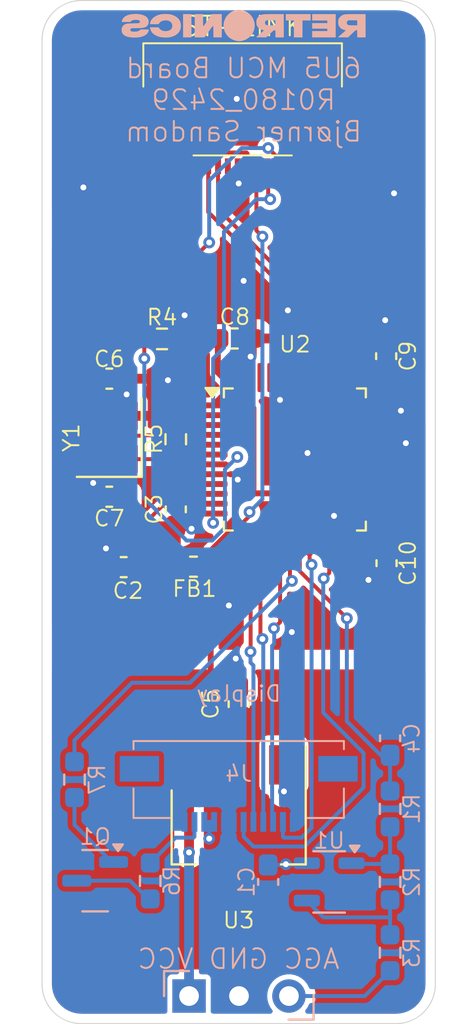
<source format=kicad_pcb>
(kicad_pcb (version 20240108) (generator "pcbnew") (generator_version "8.0")
  (layers (0 "F.Cu" signal) (31 "B.Cu" signal) (34 "B.Paste" user) (35 "F.Paste" user) (36 "B.SilkS" user "B.Silkscreen") (37 "F.SilkS" user "F.Silkscreen") (38 "B.Mask" user) (39 "F.Mask" user) (44 "Edge.Cuts" user))
  (net 0 "")
  (net 1 "GND")
  (net 2 "+3.3V")
  (net 3 "Net-(U2-3V3A)")
  (net 4 "AGC_INV")
  (net 5 "Net-(U2-OSC_8M_A)")
  (net 6 "Net-(U2-OSC_8M_B)")
  (net 7 "Net-(J1-Pin_1)")
  (net 8 "/AGC")
  (net 9 "TX2")
  (net 11 "~{RESET}")
  (net 12 "RX2")
  (net 13 "SWCLK")
  (net 14 "SWDIO")
  (net 15 "DISP_SCL")
  (net 16 "DISP_RST")
  (net 17 "DISP_CS")
  (net 18 "DISP_SDA")
  (net 19 "DISP_DC")
  (net 20 "Net-(Q1-C)")
  (net 21 "Net-(Q1-B)")
  (net 22 "Net-(R1-Pad1)")
  (net 23 "Net-(U1--)")
  (net 46 "DISP_LEDK")
  (net 47 "DISP_BLK")
  (footprint "Capacitor_SMD:C_0603_1608Metric_Pad1.08x0.95mm_HandSolder" (layer "F.Cu") (at 149.8 65.178125)
    (property "Reference" "C8" (at 0 -1.1 0) (layer "F.SilkS") (effects (font (size 0.8 0.8) (thickness 0.1))))
    (property "Value" "100nF")
    (pad "1" smd roundrect (at -0.8625 0) (size 1.075 0.95) (layers "F.Cu" "F.Paste" "F.Mask") (net 2 "+3.3V"))
    (pad "2" smd roundrect (at 0.8625 0) (size 1.075 0.95) (layers "F.Cu" "F.Paste" "F.Mask") (net 1 "GND"))
  )
  (footprint "Capacitor_SMD:C_0603_1608Metric_Pad1.08x0.95mm_HandSolder" (layer "F.Cu") (at 157.5 66.078125 90)
    (property "Reference" "C9" (at 0 1.1 90) (layer "F.SilkS") (effects (font (size 0.8 0.8) (thickness 0.1))))
    (property "Value" "100nF")
    (pad "1" smd roundrect (at -0.8625 0 90) (size 1.075 0.95) (layers "F.Cu" "F.Paste" "F.Mask") (net 2 "+3.3V"))
    (pad "2" smd roundrect (at 0.8625 0 90) (size 1.075 0.95) (layers "F.Cu" "F.Paste" "F.Mask") (net 1 "GND"))
  )
  (footprint "Inductor_SMD:L_0603_1608Metric_Pad1.05x0.95mm_HandSolder" (layer "F.Cu") (at 147.7 76.778125)
    (property "Reference" "FB1" (at 0.05 1.121875 0) (layer "F.SilkS") (effects (font (size 0.8 0.8) (thickness 0.1))))
    (property "Value" "1kΩ@100MHz 500mΩ@DC")
    (pad "1" smd roundrect (at -0.875 0) (size 1.05 0.95) (layers "F.Cu" "F.Paste" "F.Mask") (net 3 "Net-(U2-3V3A)"))
    (pad "2" smd roundrect (at 0.875 0) (size 1.05 0.95) (layers "F.Cu" "F.Paste" "F.Mask") (net 2 "+3.3V"))
  )
  (footprint "Retronics_IC_Power:SOT-223-3_TabPin2" (layer "F.Cu") (at 150 90 -90)
    (property "Reference" "U3" (at 4.75 0 180) (layer "F.SilkS") (effects (font (size 0.8 0.8) (thickness 0.1))))
    (property "Value" "NCP1117-3.3_SOT223")
    (pad "1" smd rect (at -3.15 -2.3 270) (size 2 1.5) (layers "F.Cu" "F.Paste" "F.Mask") (net 1 "GND"))
    (pad "2" smd rect (at -3.15 0 270) (size 2 1.5) (layers "F.Cu" "F.Paste" "F.Mask") (net 2 "+3.3V"))
    (pad "2" smd rect (at 3.15 0 270) (size 2 3.8) (layers "F.Cu" "F.Paste" "F.Mask") (net 2 "+3.3V"))
    (pad "3" smd rect (at -3.15 2.3 270) (size 2 1.5) (layers "F.Cu" "F.Paste" "F.Mask") (net 7 "Net-(J1-Pin_1)"))
  )
  (footprint "Capacitor_SMD:C_0603_1608Metric_Pad1.08x0.95mm_HandSolder" (layer "F.Cu") (at 144.15 76.8)
    (property "Reference" "C2" (at 0.21875 1.2 0) (layer "F.SilkS") (effects (font (size 0.8 0.8) (thickness 0.1))))
    (property "Value" "10µF")
    (pad "1" smd roundrect (at -0.8625 0) (size 1.075 0.95) (layers "F.Cu" "F.Paste" "F.Mask") (net 1 "GND"))
    (pad "2" smd roundrect (at 0.8625 0) (size 1.075 0.95) (layers "F.Cu" "F.Paste" "F.Mask") (net 3 "Net-(U2-3V3A)"))
  )
  (footprint "Capacitor_SMD:C_0603_1608Metric_Pad1.08x0.95mm_HandSolder" (layer "F.Cu") (at 143.41875 73.221875)
    (property "Reference" "C7" (at 0 1.1 0) (layer "F.SilkS") (effects (font (size 0.8 0.8) (thickness 0.1))))
    (property "Value" "20pF")
    (pad "1" smd roundrect (at -0.8625 0) (size 1.075 0.95) (layers "F.Cu" "F.Paste" "F.Mask") (net 1 "GND"))
    (pad "2" smd roundrect (at 0.8625 0) (size 1.075 0.95) (layers "F.Cu" "F.Paste" "F.Mask") (net 6 "Net-(U2-OSC_8M_B)"))
  )
  (footprint "Crystal:Crystal_SMD_3225-4Pin_3.2x2.5mm" (layer "F.Cu") (at 143.41875 70.2125 90)
    (property "Reference" "Y1" (at -0.009375 -1.93125 -90) (layer "F.SilkS") (effects (font (size 0.8 0.8) (thickness 0.1))))
    (property "Value" "XC32M4-8.000 12pF")
    (pad "1" smd rect (at -1.1 0.85 90) (size 1.4 1.2) (layers "F.Cu" "F.Paste" "F.Mask") (net 6 "Net-(U2-OSC_8M_B)"))
    (pad "2" smd rect (at 1.1 0.85 90) (size 1.4 1.2) (layers "F.Cu" "F.Paste" "F.Mask") (net 1 "GND"))
    (pad "3" smd rect (at 1.1 -0.85 90) (size 1.4 1.2) (layers "F.Cu" "F.Paste" "F.Mask") (net 5 "Net-(U2-OSC_8M_A)"))
    (pad "4" smd rect (at -1.1 -0.85 90) (size 1.4 1.2) (layers "F.Cu" "F.Paste" "F.Mask") (net 1 "GND"))
  )
  (footprint "myDevices:0527450897" (layer "F.Cu") (at 150.2 53.5 180)
    (property "Reference" "J3" (hide yes))
    (property "Value" "FFC8" (hide yes))
    (pad "1" smd rect (at -1.75 -2.925 180) (size 0.3 0.8) (layers "F.Cu" "F.Paste" "F.Mask") (net 2 "+3.3V"))
    (pad "2" smd rect (at -1.25 -2.925 180) (size 0.3 0.8) (layers "F.Cu" "F.Paste" "F.Mask") (net 9 "TX2"))
    (pad "3" smd rect (at -0.75 -2.925 180) (size 0.3 0.8) (layers "F.Cu" "F.Paste" "F.Mask") (net 12 "RX2"))
    (pad "4" smd rect (at -0.25 -2.925 180) (size 0.3 0.8) (layers "F.Cu" "F.Paste" "F.Mask") (net 11 "~{RESET}"))
    (pad "5" smd rect (at 0.25 -2.925 180) (size 0.3 0.8) (layers "F.Cu" "F.Paste" "F.Mask") (net 1 "GND"))
    (pad "6" smd rect (at 0.75 -2.925 180) (size 0.3 0.8) (layers "F.Cu" "F.Paste" "F.Mask"))
    (pad "7" smd rect (at 1.25 -2.925 180) (size 0.3 0.8) (layers "F.Cu" "F.Paste" "F.Mask") (net 14 "SWDIO"))
    (pad "8" smd rect (at 1.75 -2.925 180) (size 0.3 0.8) (layers "F.Cu" "F.Paste" "F.Mask") (net 13 "SWCLK"))
    (pad "9" smd rect (at -4.2 -1 180) (size 2.4 3.05) (layers "F.Cu" "F.Paste" "F.Mask"))
    (pad "10" smd rect (at 4.2 -1 180) (size 2.4 3.05) (layers "F.Cu" "F.Paste" "F.Mask"))
  )
  (footprint "Resistor_SMD:R_0603_1608Metric_Pad0.98x0.95mm_HandSolder" (layer "F.Cu") (at 146.8 70.3 90)
    (property "Reference" "R5" (at 0.0125 -1.10625 90) (layer "F.SilkS") (effects (font (size 0.8 0.8) (thickness 0.1))))
    (property "Value" "1MΩ")
    (pad "1" smd roundrect (at -0.9125 0 90) (size 0.975 0.95) (layers "F.Cu" "F.Paste" "F.Mask") (net 6 "Net-(U2-OSC_8M_B)"))
    (pad "2" smd roundrect (at 0.9125 0 90) (size 0.975 0.95) (layers "F.Cu" "F.Paste" "F.Mask") (net 5 "Net-(U2-OSC_8M_A)"))
  )
  (footprint "Package_QFP:LQFP-48_7x7mm_P0.5mm" (layer "F.Cu") (at 152.85625 71.328125)
    (property "Reference" "U2" (at 0 -5.85 0) (layer "F.SilkS") (effects (font (size 0.8 0.8) (thickness 0.1))))
    (property "Value" "STM32F103CBTx")
    (pad "1" smd roundrect (at -4.1625 -2.75) (size 1.475 0.3) (layers "F.Cu" "F.Paste" "F.Mask") (net 2 "+3.3V"))
    (pad "2" smd roundrect (at -4.1625 -2.25) (size 1.475 0.3) (layers "F.Cu" "F.Paste" "F.Mask"))
    (pad "3" smd roundrect (at -4.1625 -1.75) (size 1.475 0.3) (layers "F.Cu" "F.Paste" "F.Mask"))
    (pad "4" smd roundrect (at -4.1625 -1.25) (size 1.475 0.3) (layers "F.Cu" "F.Paste" "F.Mask"))
    (pad "5" smd roundrect (at -4.1625 -0.75) (size 1.475 0.3) (layers "F.Cu" "F.Paste" "F.Mask") (net 5 "Net-(U2-OSC_8M_A)"))
    (pad "6" smd roundrect (at -4.1625 -0.25) (size 1.475 0.3) (layers "F.Cu" "F.Paste" "F.Mask") (net 6 "Net-(U2-OSC_8M_B)"))
    (pad "7" smd roundrect (at -4.1625 0.25) (size 1.475 0.3) (layers "F.Cu" "F.Paste" "F.Mask") (net 11 "~{RESET}"))
    (pad "8" smd roundrect (at -4.1625 0.75) (size 1.475 0.3) (layers "F.Cu" "F.Paste" "F.Mask") (net 1 "GND"))
    (pad "9" smd roundrect (at -4.1625 1.25) (size 1.475 0.3) (layers "F.Cu" "F.Paste" "F.Mask") (net 3 "Net-(U2-3V3A)"))
    (pad "10" smd roundrect (at -4.1625 1.75) (size 1.475 0.3) (layers "F.Cu" "F.Paste" "F.Mask"))
    (pad "11" smd roundrect (at -4.1625 2.25) (size 1.475 0.3) (layers "F.Cu" "F.Paste" "F.Mask"))
    (pad "12" smd roundrect (at -4.1625 2.75) (size 1.475 0.3) (layers "F.Cu" "F.Paste" "F.Mask") (net 9 "TX2"))
    (pad "13" smd roundrect (at -2.75 4.1625) (size 0.3 1.475) (layers "F.Cu" "F.Paste" "F.Mask") (net 12 "RX2"))
    (pad "14" smd roundrect (at -2.25 4.1625) (size 0.3 1.475) (layers "F.Cu" "F.Paste" "F.Mask") (net 17 "DISP_CS"))
    (pad "15" smd roundrect (at -1.75 4.1625) (size 0.3 1.475) (layers "F.Cu" "F.Paste" "F.Mask") (net 15 "DISP_SCL"))
    (pad "16" smd roundrect (at -1.25 4.1625) (size 0.3 1.475) (layers "F.Cu" "F.Paste" "F.Mask"))
    (pad "17" smd roundrect (at -0.75 4.1625) (size 0.3 1.475) (layers "F.Cu" "F.Paste" "F.Mask") (net 18 "DISP_SDA"))
    (pad "18" smd roundrect (at -0.25 4.1625) (size 0.3 1.475) (layers "F.Cu" "F.Paste" "F.Mask") (net 47 "DISP_BLK"))
    (pad "19" smd roundrect (at 0.25 4.1625) (size 0.3 1.475) (layers "F.Cu" "F.Paste" "F.Mask") (net 4 "AGC_INV"))
    (pad "20" smd roundrect (at 0.75 4.1625) (size 0.3 1.475) (layers "F.Cu" "F.Paste" "F.Mask") (net 16 "DISP_RST"))
    (pad "21" smd roundrect (at 1.25 4.1625) (size 0.3 1.475) (layers "F.Cu" "F.Paste" "F.Mask"))
    (pad "22" smd roundrect (at 1.75 4.1625) (size 0.3 1.475) (layers "F.Cu" "F.Paste" "F.Mask") (net 19 "DISP_DC"))
    (pad "23" smd roundrect (at 2.25 4.1625) (size 0.3 1.475) (layers "F.Cu" "F.Paste" "F.Mask") (net 1 "GND"))
    (pad "24" smd roundrect (at 2.75 4.1625) (size 0.3 1.475) (layers "F.Cu" "F.Paste" "F.Mask") (net 2 "+3.3V"))
    (pad "25" smd roundrect (at 4.1625 2.75) (size 1.475 0.3) (layers "F.Cu" "F.Paste" "F.Mask"))
    (pad "26" smd roundrect (at 4.1625 2.25) (size 1.475 0.3) (layers "F.Cu" "F.Paste" "F.Mask"))
    (pad "27" smd roundrect (at 4.1625 1.75) (size 1.475 0.3) (layers "F.Cu" "F.Paste" "F.Mask"))
    (pad "28" smd roundrect (at 4.1625 1.25) (size 1.475 0.3) (layers "F.Cu" "F.Paste" "F.Mask"))
    (pad "29" smd roundrect (at 4.1625 0.75) (size 1.475 0.3) (layers "F.Cu" "F.Paste" "F.Mask"))
    (pad "30" smd roundrect (at 4.1625 0.25) (size 1.475 0.3) (layers "F.Cu" "F.Paste" "F.Mask"))
    (pad "31" smd roundrect (at 4.1625 -0.25) (size 1.475 0.3) (layers "F.Cu" "F.Paste" "F.Mask"))
    (pad "32" smd roundrect (at 4.1625 -0.75) (size 1.475 0.3) (layers "F.Cu" "F.Paste" "F.Mask"))
    (pad "33" smd roundrect (at 4.1625 -1.25) (size 1.475 0.3) (layers "F.Cu" "F.Paste" "F.Mask"))
    (pad "34" smd roundrect (at 4.1625 -1.75) (size 1.475 0.3) (layers "F.Cu" "F.Paste" "F.Mask") (net 14 "SWDIO"))
    (pad "35" smd roundrect (at 4.1625 -2.25) (size 1.475 0.3) (layers "F.Cu" "F.Paste" "F.Mask") (net 1 "GND"))
    (pad "36" smd roundrect (at 4.1625 -2.75) (size 1.475 0.3) (layers "F.Cu" "F.Paste" "F.Mask") (net 2 "+3.3V"))
    (pad "37" smd roundrect (at 2.75 -4.1625) (size 0.3 1.475) (layers "F.Cu" "F.Paste" "F.Mask") (net 13 "SWCLK"))
    (pad "38" smd roundrect (at 2.25 -4.1625) (size 0.3 1.475) (layers "F.Cu" "F.Paste" "F.Mask"))
    (pad "39" smd roundrect (at 1.75 -4.1625) (size 0.3 1.475) (layers "F.Cu" "F.Paste" "F.Mask"))
    (pad "40" smd roundrect (at 1.25 -4.1625) (size 0.3 1.475) (layers "F.Cu" "F.Paste" "F.Mask"))
    (pad "41" smd roundrect (at 0.75 -4.1625) (size 0.3 1.475) (layers "F.Cu" "F.Paste" "F.Mask"))
    (pad "42" smd roundrect (at 0.25 -4.1625) (size 0.3 1.475) (layers "F.Cu" "F.Paste" "F.Mask"))
    (pad "43" smd roundrect (at -0.25 -4.1625) (size 0.3 1.475) (layers "F.Cu" "F.Paste" "F.Mask"))
    (pad "44" smd roundrect (at -0.75 -4.1625) (size 0.3 1.475) (layers "F.Cu" "F.Paste" "F.Mask") (net 1 "GND"))
    (pad "45" smd roundrect (at -1.25 -4.1625) (size 0.3 1.475) (layers "F.Cu" "F.Paste" "F.Mask"))
    (pad "46" smd roundrect (at -1.75 -4.1625) (size 0.3 1.475) (layers "F.Cu" "F.Paste" "F.Mask"))
    (pad "47" smd roundrect (at -2.25 -4.1625) (size 0.3 1.475) (layers "F.Cu" "F.Paste" "F.Mask") (net 1 "GND"))
    (pad "48" smd roundrect (at -2.75 -4.1625) (size 0.3 1.475) (layers "F.Cu" "F.Paste" "F.Mask") (net 2 "+3.3V"))
  )
  (footprint "Resistor_SMD:R_0603_1608Metric_Pad0.98x0.95mm_HandSolder" (layer "F.Cu") (at 146.1 65.2)
    (property "Reference" "R4" (at 0 -1.1 0) (layer "F.SilkS") (effects (font (size 0.8 0.8) (thickness 0.1))))
    (property "Value" "10kΩ")
    (pad "1" smd roundrect (at -0.9125 0) (size 0.975 0.95) (layers "F.Cu" "F.Paste" "F.Mask") (net 11 "~{RESET}"))
    (pad "2" smd roundrect (at 0.9125 0) (size 0.975 0.95) (layers "F.Cu" "F.Paste" "F.Mask") (net 2 "+3.3V"))
  )
  (footprint "Capacitor_SMD:C_0603_1608Metric_Pad1.08x0.95mm_HandSolder" (layer "F.Cu") (at 157.51875 76.6 -90)
    (property "Reference" "C10" (at 0 -1.08125 90) (layer "F.SilkS") (effects (font (size 0.8 0.8) (thickness 0.1))))
    (property "Value" "100nF")
    (pad "1" smd roundrect (at -0.8625 0 270) (size 1.075 0.95) (layers "F.Cu" "F.Paste" "F.Mask") (net 2 "+3.3V"))
    (pad "2" smd roundrect (at 0.8625 0 270) (size 1.075 0.95) (layers "F.Cu" "F.Paste" "F.Mask") (net 1 "GND"))
  )
  (footprint "Capacitor_SMD:C_0603_1608Metric_Pad1.08x0.95mm_HandSolder" (layer "F.Cu") (at 146.8 73.8625 90)
    (property "Reference" "C3" (at 0 -1.1 90) (layer "F.SilkS") (effects (font (size 0.8 0.8) (thickness 0.1))))
    (property "Value" "100nF")
    (pad "1" smd roundrect (at -0.8625 0 90) (size 1.075 0.95) (layers "F.Cu" "F.Paste" "F.Mask") (net 1 "GND"))
    (pad "2" smd roundrect (at 0.8625 0 90) (size 1.075 0.95) (layers "F.Cu" "F.Paste" "F.Mask") (net 3 "Net-(U2-3V3A)"))
  )
  (footprint "Capacitor_SMD:C_0603_1608Metric_Pad1.08x0.95mm_HandSolder" (layer "F.Cu") (at 143.41875 67.221875 180)
    (property "Reference" "C6" (at 0 1 0) (layer "F.SilkS") (effects (font (size 0.8 0.8) (thickness 0.1))))
    (property "Value" "20pF")
    (pad "1" smd roundrect (at -0.8625 0 180) (size 1.075 0.95) (layers "F.Cu" "F.Paste" "F.Mask") (net 1 "GND"))
    (pad "2" smd roundrect (at 0.8625 0 180) (size 1.075 0.95) (layers "F.Cu" "F.Paste" "F.Mask") (net 5 "Net-(U2-OSC_8M_A)"))
  )
  (footprint "Retronics_Passives:C_0603_1608Metric_Pad1.08x0.95mm_HandSolder" (layer "F.Cu") (at 150 83.7625 90)
    (property "Reference" "C5" (at 0 -1.43 90) (layer "F.SilkS") (effects (font (size 0.8 0.8) (thickness 0.1))))
    (property "Value" "10µF")
    (pad "1" smd roundrect (at -0.8625 0 90) (size 1.075 0.95) (layers "F.Cu" "F.Paste" "F.Mask") (net 2 "+3.3V"))
    (pad "2" smd roundrect (at 0.8625 0 90) (size 1.075 0.95) (layers "F.Cu" "F.Paste" "F.Mask") (net 1 "GND"))
  )
  (footprint "Resistor_SMD:R_0603_1608Metric_Pad0.98x0.95mm_HandSolder" (layer "B.Cu") (at 141.65 87.6 -90)
    (property "Reference" "R7" (at 0 -1.15 90) (layer "B.SilkS") (effects (font (size 0.8 0.8) (thickness 0.1)) (justify mirror)))
    (property "Value" "1kΩ")
    (pad "1" smd roundrect (at -0.9125 0 270) (size 0.975 0.95) (layers "B.Cu" "B.Paste" "B.Mask") (net 47 "DISP_BLK"))
    (pad "2" smd roundrect (at 0.9125 0 270) (size 0.975 0.95) (layers "B.Cu" "B.Paste" "B.Mask") (net 21 "Net-(Q1-B)"))
  )
  (footprint "Retronics_Passives:R_0603_1608Metric_Pad0.98x0.95mm_HandSolder" (layer "B.Cu") (at 157.7 96.4 -90)
    (property "Reference" "R3" (at 0 -1.1 90) (layer "B.SilkS") (effects (font (size 0.8 0.8) (thickness 0.1)) (justify mirror)))
    (property "Value" "15MΩ")
    (pad "1" smd roundrect (at -0.9125 0 270) (size 0.975 0.95) (layers "B.Cu" "B.Paste" "B.Mask") (net 23 "Net-(U1--)"))
    (pad "2" smd roundrect (at 0.9125 0 270) (size 0.975 0.95) (layers "B.Cu" "B.Paste" "B.Mask") (net 8 "/AGC"))
  )
  (footprint "Icons_Graphics:retronics_logo_14mm" (layer "B.Cu") (at 150.246672 49.25 180)
    (property "Reference" "G***" (hide yes))
    (property "Value" "LOGO" (hide yes))
  )
  (footprint "Retronics_Passives:R_0603_1608Metric_Pad0.98x0.95mm_HandSolder" (layer "B.Cu") (at 157.7 89.0875 90)
    (property "Reference" "R1" (at 0 1.1 90) (layer "B.SilkS") (effects (font (size 0.8 0.8) (thickness 0.1)) (justify mirror)))
    (property "Value" "10kΩ")
    (pad "1" smd roundrect (at -0.9125 0 90) (size 0.975 0.95) (layers "B.Cu" "B.Paste" "B.Mask") (net 22 "Net-(R1-Pad1)"))
    (pad "2" smd roundrect (at 0.9125 0 90) (size 0.975 0.95) (layers "B.Cu" "B.Paste" "B.Mask") (net 4 "AGC_INV"))
  )
  (footprint "Retronics_Passives:C_0603_1608Metric_Pad1.08x0.95mm_HandSolder" (layer "B.Cu") (at 151.5 92.8 90)
    (property "Reference" "C1" (at 0 -1.1 90) (layer "B.SilkS") (effects (font (size 0.8 0.8) (thickness 0.1)) (justify mirror)))
    (property "Value" "100nF")
    (pad "1" smd roundrect (at -0.8625 0 90) (size 1.075 0.95) (layers "B.Cu" "B.Paste" "B.Mask") (net 1 "GND"))
    (pad "2" smd roundrect (at 0.8625 0 90) (size 1.075 0.95) (layers "B.Cu" "B.Paste" "B.Mask") (net 2 "+3.3V"))
  )
  (footprint "Retronics_Discrete:SOT-23" (layer "B.Cu") (at 142.7 92.7375 180)
    (property "Reference" "Q1" (at 0 2.2375 0) (layer "B.SilkS") (effects (font (size 0.8 0.8) (thickness 0.1)) (justify mirror)))
    (property "Value" "BC847C")
    (pad "1" smd roundrect (at -0.9375 0.95 180) (size 1.475 0.6) (layers "B.Cu" "B.Paste" "B.Mask") (net 21 "Net-(Q1-B)"))
    (pad "2" smd roundrect (at -0.9375 -0.95 180) (size 1.475 0.6) (layers "B.Cu" "B.Paste" "B.Mask") (net 1 "GND"))
    (pad "3" smd roundrect (at 0.9375 0 180) (size 1.475 0.6) (layers "B.Cu" "B.Paste" "B.Mask") (net 20 "Net-(Q1-C)"))
  )
  (footprint "Retronics_Connectors:505110-1292" (layer "B.Cu") (at 150 87.295)
    (property "Reference" "J4" (at 0 0 0) (layer "B.SilkS") (effects (font (size 0.8 0.8) (thickness 0.1)) (justify mirror)))
    (property "Value" "Display interface" (hide yes))
    (pad "1" smd rect (at -2.75 2.455) (size 0.3 1) (layers "B.Cu" "B.Paste" "B.Mask") (net 1 "GND"))
    (pad "2" smd rect (at -2.25 2.455) (size 0.3 1) (layers "B.Cu" "B.Paste" "B.Mask") (net 46 "DISP_LEDK"))
    (pad "3" smd rect (at -1.75 2.455) (size 0.3 1) (layers "B.Cu" "B.Paste" "B.Mask") (net 2 "+3.3V"))
    (pad "4" smd rect (at -1.25 2.455) (size 0.3 1) (layers "B.Cu" "B.Paste" "B.Mask") (net 2 "+3.3V"))
    (pad "5" smd rect (at -0.75 2.455) (size 0.3 1) (layers "B.Cu" "B.Paste" "B.Mask") (net 1 "GND"))
    (pad "6" smd rect (at -0.25 2.455) (size 0.3 1) (layers "B.Cu" "B.Paste" "B.Mask") (net 1 "GND"))
    (pad "7" smd rect (at 0.25 2.455) (size 0.3 1) (layers "B.Cu" "B.Paste" "B.Mask") (net 19 "DISP_DC"))
    (pad "8" smd rect (at 0.75 2.455) (size 0.3 1) (layers "B.Cu" "B.Paste" "B.Mask") (net 17 "DISP_CS"))
    (pad "9" smd rect (at 1.25 2.455) (size 0.3 1) (layers "B.Cu" "B.Paste" "B.Mask") (net 15 "DISP_SCL"))
    (pad "10" smd rect (at 1.75 2.455) (size 0.3 1) (layers "B.Cu" "B.Paste" "B.Mask") (net 18 "DISP_SDA"))
    (pad "11" smd rect (at 2.25 2.455) (size 0.3 1) (layers "B.Cu" "B.Paste" "B.Mask") (net 16 "DISP_RST"))
    (pad "12" smd rect (at 2.75 2.455) (size 0.3 1) (layers "B.Cu" "B.Paste" "B.Mask") (net 1 "GND"))
    (pad "MP1" smd rect (at -5.05 -0.245 270) (size 1.3 2) (layers "B.Cu" "B.Paste" "B.Mask"))
    (pad "MP2" smd rect (at 5.05 -0.245 270) (size 1.3 2) (layers "B.Cu" "B.Paste" "B.Mask"))
  )
  (footprint "Retronics_IC:SOT-23-5" (layer "B.Cu") (at 154.6 92.8 180)
    (property "Reference" "U1" (at 0 2.1 0) (layer "B.SilkS") (effects (font (size 0.8 0.8) (thickness 0.1)) (justify mirror)))
    (property "Value" "MCP6001T-I/OT")
    (pad "1" smd roundrect (at -1.1375 0.95 180) (size 1.325 0.6) (layers "B.Cu" "B.Paste" "B.Mask") (net 22 "Net-(R1-Pad1)"))
    (pad "2" smd roundrect (at -1.1375 0 180) (size 1.325 0.6) (layers "B.Cu" "B.Paste" "B.Mask") (net 1 "GND"))
    (pad "3" smd roundrect (at -1.1375 -0.95 180) (size 1.325 0.6) (layers "B.Cu" "B.Paste" "B.Mask") (net 1 "GND"))
    (pad "4" smd roundrect (at 1.1375 -0.95 180) (size 1.325 0.6) (layers "B.Cu" "B.Paste" "B.Mask") (net 23 "Net-(U1--)"))
    (pad "5" smd roundrect (at 1.1375 0.95 180) (size 1.325 0.6) (layers "B.Cu" "B.Paste" "B.Mask") (net 2 "+3.3V"))
  )
  (footprint "Retronics_Passives:R_0603_1608Metric_Pad0.98x0.95mm_HandSolder" (layer "B.Cu") (at 157.7 92.8 90)
    (property "Reference" "R2" (at 0 1.1 90) (layer "B.SilkS") (effects (font (size 0.8 0.8) (thickness 0.1)) (justify mirror)))
    (property "Value" "2.2MΩ")
    (pad "1" smd roundrect (at -0.9125 0 90) (size 0.975 0.95) (layers "B.Cu" "B.Paste" "B.Mask") (net 23 "Net-(U1--)"))
    (pad "2" smd roundrect (at 0.9125 0 90) (size 0.975 0.95) (layers "B.Cu" "B.Paste" "B.Mask") (net 22 "Net-(R1-Pad1)"))
  )
  (footprint "Retronics_Connectors:PinHeader_1x03_P2.54mm_Horizontal_Alt" (layer "B.Cu") (at 147.475 98.6 -90)
    (property "Reference" "J1" (hide yes))
    (property "Value" "Pin header" (hide yes))
    (pad "1" thru_hole rect (at 0 0 270) (size 1.7 1.7) (drill 1) (layers "*.Cu" "*.Mask") (net 7 "Net-(J1-Pin_1)"))
    (pad "2" thru_hole oval (at 0 -2.54 270) (size 1.7 1.7) (drill 1) (layers "*.Cu" "*.Mask") (net 1 "GND"))
    (pad "3" thru_hole oval (at 0 -5.08 270) (size 1.7 1.7) (drill 1) (layers "*.Cu" "*.Mask") (net 8 "/AGC"))
  )
  (footprint "Resistor_SMD:R_0603_1608Metric_Pad0.98x0.95mm_HandSolder" (layer "B.Cu") (at 145.5 92.75 90)
    (property "Reference" "R6" (at 0 1.1 90) (layer "B.SilkS") (effects (font (size 0.8 0.8) (thickness 0.1)) (justify mirror)))
    (property "Value" "10Ω")
    (pad "1" smd roundrect (at -0.9125 0 90) (size 0.975 0.95) (layers "B.Cu" "B.Paste" "B.Mask") (net 20 "Net-(Q1-C)"))
    (pad "2" smd roundrect (at 0.9125 0 90) (size 0.975 0.95) (layers "B.Cu" "B.Paste" "B.Mask") (net 46 "DISP_LEDK"))
  )
  (footprint "Retronics_Passives:C_0603_1608Metric_Pad1.08x0.95mm_HandSolder" (layer "B.Cu") (at 157.7 85.5 90)
    (property "Reference" "C4" (at 0 1.1 90) (layer "B.SilkS") (effects (font (size 0.8 0.8) (thickness 0.1)) (justify mirror)))
    (property "Value" "10µF")
    (pad "1" smd roundrect (at -0.8625 0 90) (size 1.075 0.95) (layers "B.Cu" "B.Paste" "B.Mask") (net 4 "AGC_INV"))
    (pad "2" smd roundrect (at 0.8625 0 90) (size 1.075 0.95) (layers "B.Cu" "B.Paste" "B.Mask") (net 1 "GND"))
  )
  (gr_arc (start 158 48) (mid 159.414214 48.585786) (end 160 50) (stroke (width 0.05)) (layer "Edge.Cuts"))
  (gr_arc (start 160 98) (mid 159.414214 99.414214) (end 158 100) (stroke (width 0.05)) (layer "Edge.Cuts"))
  (gr_line (start 160 50) (end 160 98) (stroke (width 0.05)) (layer "Edge.Cuts"))
  (gr_arc (start 140 50) (mid 140.585786 48.585786) (end 142 48) (stroke (width 0.05)) (layer "Edge.Cuts"))
  (gr_arc (start 142 100) (mid 140.585786 99.414214) (end 140 98) (stroke (width 0.05)) (layer "Edge.Cuts"))
  (gr_line (start 142 48) (end 158 48) (stroke (width 0.05)) (layer "Edge.Cuts"))
  (gr_line (start 140 98) (end 140 50) (stroke (width 0.05)) (layer "Edge.Cuts"))
  (gr_line (start 158 100) (end 142 100) (stroke (width 0.05)) (layer "Edge.Cuts"))
  (gr_text "6U5 MCU Board\nR0180_2429\nBjørner Sandom\n" (at 150.25 55.25 0) (layer "B.SilkS") (effects (font (size 1 1) (thickness 0.1)) (justify bottom mirror)))
  (gr_text "AGC GND VCC" (at 155.2 97.3 0) (layer "B.SilkS") (effects (font (size 1 1) (thickness 0.1)) (justify left bottom mirror)))
  (gr_text "Display" (at 150 83.7 0) (layer "B.SilkS") (effects (font (size 0.8 0.8) (thickness 0.1)) (justify bottom mirror)))
  (gr_text "ST-LINK" (at 147.007143 49.9 0) (layer "F.SilkS") (effects (font (size 1 1) (thickness 0.1)) (justify left bottom)))
  (segment (start 150 81.6) (end 150 82.9) (width 0.2) (layer "F.Cu") (net 1))
  (segment (start 146.8 74.725) (end 147.475 74.725) (width 0.2) (layer "F.Cu") (net 1))
  (segment (start 150.4875 65.98125) (end 150.4875 65.234375) (width 0.2) (layer "F.Cu") (net 1))
  (segment (start 142.6 72.521875) (end 142.55625 72.478125) (width 0.2) (layer "F.Cu") (net 1))
  (segment (start 157.5 65.215625) (end 157.5 64.3) (width 0.2) (layer "F.Cu") (net 1))
  (segment (start 157.51875 77.4625) (end 156.6125 77.4625) (width 0.2) (layer "F.Cu") (net 1))
  (segment (start 155.10625 75.490625) (end 155.10625 76.39375) (width 0.2) (layer "F.Cu") (net 1))
  (segment (start 143.2875 76.8) (end 143.2875 75.8875) (width 0.2) (layer "F.Cu") (net 1))
  (segment (start 155.10625 74.453456) (end 155.10625 75.490625) (width 0.2) (layer "F.Cu") (net 1))
  (segment (start 144.26875 69.1125) (end 144.26875 68.053125) (width 0.2) (layer "F.Cu") (net 1))
  (segment (start 152.10625 67.165625) (end 152.10625 68.29375) (width 0.2) (layer "F.Cu") (net 1))
  (segment (start 142.55625 71.325) (end 142.56875 71.3125) (width 0.2) (layer "F.Cu") (net 1))
  (segment (start 144.26875 67.990625) (end 144.26875 67.234375) (width 0.2) (layer "F.Cu") (net 1))
  (segment (start 158.021875 69.078125) (end 158.25 68.85) (width 0.2) (layer "F.Cu") (net 1))
  (segment (start 147.475 74.725) (end 147.6 74.85) (width 0.2) (layer "F.Cu") (net 1))
  (segment (start 142.61875 71.734375) (end 142.61875 71.634375) (width 0.2) (layer "F.Cu") (net 1))
  (segment (start 149.678125 72.078125) (end 149.95 72.35) (width 0.2) (layer "F.Cu") (net 1))
  (segment (start 144.26875 67.234375) (end 144.28125 67.221875) (width 0.2) (layer "F.Cu") (net 1))
  (segment (start 150.60625 67.165625) (end 150.60625 65.234375) (width 0.2) (layer "F.Cu") (net 1))
  (segment (start 149.85 81.45) (end 150 81.6) (width 0.2) (layer "F.Cu") (net 1))
  (segment (start 142.55625 72.478125) (end 142.55625 71.325) (width 0.2) (layer "F.Cu") (net 1))
  (segment (start 149.95 56.425) (end 149.95 57.25) (width 0.2) (layer "F.Cu") (net 1))
  (segment (start 152.10625 68.29375) (end 152.1 68.3) (width 0.2) (layer "F.Cu") (net 1))
  (segment (start 152.3 86.85) (end 152.3 88.2) (width 0.5) (layer "F.Cu") (net 1))
  (segment (start 150.60625 66.1) (end 150.4875 65.98125) (width 0.2) (layer "F.Cu") (net 1))
  (segment (start 143.2875 75.8875) (end 143.25 75.85) (width 0.2) (layer "F.Cu") (net 1))
  (segment (start 154.848042 74.195248) (end 155.10625 74.453456) (width 0.2) (layer "F.Cu") (net 1))
  (segment (start 156.6125 77.4625) (end 156.6 77.45) (width 0.2) (layer "F.Cu") (net 1))
  (segment (start 157.5 64.3) (end 157.45 64.25) (width 0.2) (layer "F.Cu") (net 1))
  (segment (start 142.55625 72.565625) (end 142.6 72.521875) (width 0.2) (layer "F.Cu") (net 1))
  (segment (start 144.26875 68.053125) (end 144.3 68.021875) (width 0.2) (layer "F.Cu") (net 1))
  (segment (start 142.55625 73.221875) (end 142.55625 72.565625) (width 0.2) (layer "F.Cu") (net 1))
  (segment (start 149.95 57.25) (end 150 57.3) (width 0.2) (layer "F.Cu") (net 1))
  (segment (start 144.3 68.021875) (end 144.26875 67.990625) (width 0.2) (layer "F.Cu") (net 1))
  (segment (start 157.01875 69.078125) (end 158.021875 69.078125) (width 0.2) (layer "F.Cu") (net 1))
  (segment (start 148.69375 72.078125) (end 149.678125 72.078125) (width 0.2) (layer "F.Cu") (net 1))
  (via (at 147.6 74.85) (size 0.6) (drill 0.3) (layers "F.Cu" "B.Cu") (net 1))
  (via (at 152.5 63.75) (size 0.6) (drill 0.3) (layers "F.Cu" "B.Cu") (net 1))
  (via (at 156.6 77.45) (size 0.6) (drill 0.3) (layers "F.Cu" "B.Cu") (net 1))
  (via (at 149.9 53) (size 0.6) (drill 0.3) (layers "F.Cu" "B.Cu") (net 1))
  (via (at 150.25 62.25) (size 0.6) (drill 0.3) (layers "F.Cu" "B.Cu") (net 1))
  (via (at 143.25 75.85) (size 0.6) (drill 0.3) (layers "F.Cu" "B.Cu") (net 1))
  (via (at 152.3 88.2) (size 0.6) (drill 0.3) (layers "F.Cu" "B.Cu") (net 1))
  (via (at 149.95 72.35) (size 0.6) (drill 0.3) (layers "F.Cu" "B.Cu") (net 1))
  (via (at 157.9 57.8) (size 0.6) (drill 0.3) (layers "F.Cu" "B.Cu") (net 1))
  (via (at 147.25 64) (size 0.6) (drill 0.3) (layers "F.Cu" "B.Cu") (net 1))
  (via (at 144.3 68.021875) (size 0.6) (drill 0.3) (layers "F.Cu" "B.Cu") (net 1))
  (via (at 149.85 81.45) (size 0.6) (drill 0.3) (layers "F.Cu" "B.Cu") (net 1))
  (via (at 154.848042 74.195248) (size 0.6) (drill 0.3) (layers "F.Cu" "B.Cu") (net 1))
  (via (at 142.6 72.521875) (size 0.6) (drill 0.3) (layers "F.Cu" "B.Cu") (net 1))
  (via (at 150 57.3) (size 0.6) (drill 0.3) (layers "F.Cu" "B.Cu") (net 1))
  (via (at 152.1 68.3) (size 0.6) (drill 0.3) (layers "F.Cu" "B.Cu") (net 1))
  (via (at 153.5 71) (size 0.6) (drill 0.3) (layers "F.Cu" "B.Cu") (net 1))
  (via (at 158.25 68.85) (size 0.6) (drill 0.3) (layers "F.Cu" "B.Cu") (net 1))
  (via (at 150.60625 66.1) (size 0.6) (drill 0.3) (layers "F.Cu" "B.Cu") (net 1))
  (via (at 157.45 64.25) (size 0.6) (drill 0.3) (layers "F.Cu" "B.Cu") (net 1))
  (via (at 142.1 57.5) (size 0.6) (drill 0.3) (layers "F.Cu" "B.Cu") (net 1))
  (via (at 152.7 80.1) (size 0.6) (drill 0.3) (layers "F.Cu" "B.Cu") (net 1))
  (via (at 146.4 67.3) (size 0.6) (drill 0.3) (layers "F.Cu" "B.Cu") (net 1))
  (via (at 158.5 70.5) (size 0.6) (drill 0.3) (layers "F.Cu" "B.Cu") (net 1))
  (via (at 149.5 78.75) (size 0.6) (drill 0.3) (layers "F.Cu" "B.Cu") (net 1))
  (segment (start 149.75 89.75) (end 149.25 89.75) (width 0.2) (layer "B.Cu") (net 1))
  (segment (start 148.9375 66.908205) (end 148.9375 65.178125) (width 0.3) (layer "F.Cu") (net 2))
  (segment (start 149.83125 73.51875) (end 150.3 73.05) (width 0.3) (layer "F.Cu") (net 2))
  (segment (start 148 65.178125) (end 147.034375 65.178125) (width 0.2) (layer "F.Cu") (net 2))
  (segment (start 155.6 74.1) (end 155.45 73.95) (width 0.3) (layer "F.Cu") (net 2))
  (segment (start 155.60625 75.490625) (end 156.296875 74.8) (width 0.2) (layer "F.Cu") (net 2))
  (segment (start 148.575 75.975) (end 149.53437 75.01563) (width 0.3) (layer "F.Cu") (net 2))
  (segment (start 156.128125 68.578125) (end 155.995312 68.445312) (width 0.2) (layer "F.Cu") (net 2))
  (segment (start 149.53437 75.01563) (end 149.53437 74.578125) (width 0.3) (layer "F.Cu") (net 2))
  (segment (start 148 60.8) (end 148.5 60.3) (width 0.2) (layer "F.Cu") (net 2))
  (segment (start 155.3 73.05) (end 155.45 72.9) (width 0.3) (layer "F.Cu") (net 2))
  (segment (start 149.53437 74.578125) (end 149.83125 74.281245) (width 0.3) (layer "F.Cu") (net 2))
  (segment (start 150 84.625) (end 148.575 83.2) (width 0.3) (layer "F.Cu") (net 2))
  (segment (start 148.69375 68.578125) (end 149.589648 67.682227) (width 0.3) (layer "F.Cu") (net 2))
  (segment (start 148.9375 65.178125) (end 148 65.178125) (width 0.2) (layer "F.Cu") (net 2))
  (segment (start 148 65.178125) (end 148 60.8) (width 0.2) (layer "F.Cu") (net 2))
  (segment (start 157.2375 75.7375) (end 156.3 74.8) (width 0.3) (layer "F.Cu") (net 2))
  (segment (start 155.45 73.95) (end 155.45 72.9) (width 0.3) (layer "F.Cu") (net 2))
  (segment (start 151.95 55.95) (end 151.95 56.425) (width 0.2) (layer "F.Cu") (net 2))
  (segment (start 148.575 76.778125) (end 148.575 75.975) (width 0.3) (layer "F.Cu") (net 2))
  (segment (start 149.589648 67.560352) (end 148.9375 66.908205) (width 0.3) (layer "F.Cu") (net 2))
  (segment (start 150.75 72.85) (end 150.75 68.720704) (width 0.3) (layer "F.Cu") (net 2))
  (segment (start 157.51875 75.7375) (end 157.2375 75.7375) (width 0.3) (layer "F.Cu") (net 2))
  (segment (start 150.3 73.05) (end 150.55 73.05) (width 0.3) (layer "F.Cu") (net 2))
  (segment (start 147.034375 65.178125) (end 147.0125 65.2) (width 0.2) (layer "F.Cu") (net 2))
  (segment (start 156.296875 74.8) (end 156.3 74.8) (width 0.2) (layer "F.Cu") (net 2))
  (segment (start 148.575 83.2) (end 148.575 76.778125) (width 0.3) (layer "F.Cu") (net 2))
  (segment (start 149.589648 67.682227) (end 149.589648 67.560352) (width 0.3) (layer "F.Cu") (net 2))
  (segment (start 156.3 74.8) (end 155.6 74.1) (width 0.3) (layer "F.Cu") (net 2))
  (segment (start 149.83125 74.281245) (end 149.83125 73.51875) (width 0.3) (layer "F.Cu") (net 2))
  (segment (start 155.45 72.9) (end 155.45 68.990625) (width 0.3) (layer "F.Cu") (net 2))
  (segment (start 151.5 55.5) (end 151.95 55.95) (width 0.2) (layer "F.Cu") (net 2))
  (segment (start 150.55 73.05) (end 155.3 73.05) (width 0.3) (layer "F.Cu") (net 2))
  (segment (start 150.75 68.720704) (end 149.589648 67.560352) (width 0.3) (layer "F.Cu") (net 2))
  (segment (start 155.995312 68.445312) (end 157.5 66.940625) (width 0.3) (layer "F.Cu") (net 2))
  (segment (start 155.45 68.990625) (end 155.995312 68.445312) (width 0.3) (layer "F.Cu") (net 2))
  (segment (start 157.01875 68.578125) (end 156.128125 68.578125) (width 0.2) (layer "F.Cu") (net 2))
  (via (at 152.4 91.9) (size 0.6) (drill 0.3) (layers "F.Cu" "B.Cu") (net 2))
  (via (at 151.5 55.5) (size 0.6) (drill 0.3) (layers "F.Cu" "B.Cu") (net 2))
  (via (at 148.5 90.6) (size 0.6) (drill 0.3) (layers "F.Cu" "B.Cu") (net 2))
  (via (at 148.5 60.3) (size 0.6) (drill 0.3) (layers "F.Cu" "B.Cu") (net 2))
  (segment (start 152.3625 91.9375) (end 152.4 91.9) (width 0.2) (layer "B.Cu") (net 2))
  (segment (start 152.4375 91.9375) (end 153.375 91.9375) (width 0.2) (layer "B.Cu") (net 2))
  (segment (start 152.4 91.9) (end 152.4375 91.9375) (width 0.2) (layer "B.Cu") (net 2))
  (segment (start 151.5 91.9375) (end 152.3625 91.9375) (width 0.2) (layer "B.Cu") (net 2))
  (segment (start 148.5 57.151471) (end 148.5 60.3) (width 0.2) (layer "B.Cu") (net 2))
  (segment (start 150.151471 55.5) (end 148.5 57.151471) (width 0.2) (layer "B.Cu") (net 2))
  (segment (start 148.5 89.75) (end 148.25 89.75) (width 0.2) (layer "B.Cu") (net 2))
  (segment (start 151.5 55.5) (end 150.151471 55.5) (width 0.2) (layer "B.Cu") (net 2))
  (segment (start 148.75 89.75) (end 148.5 89.75) (width 0.2) (layer "B.Cu") (net 2))
  (segment (start 153.375 91.9375) (end 153.4625 91.85) (width 0.2) (layer "B.Cu") (net 2))
  (segment (start 148.5 89.75) (end 148.5 90.6) (width 0.2) (layer "B.Cu") (net 2))
  (segment (start 145.0125 74.7875) (end 146.8 73) (width 0.2) (layer "F.Cu") (net 3))
  (segment (start 146.825 76.778125) (end 145.034375 76.778125) (width 0.2) (layer "F.Cu") (net 3))
  (segment (start 145.034375 76.778125) (end 145.0125 76.8) (width 0.2) (layer "F.Cu") (net 3))
  (segment (start 148.69375 72.578125) (end 147.221875 72.578125) (width 0.2) (layer "F.Cu") (net 3))
  (segment (start 145.0125 76.8) (end 145.0125 74.7875) (width 0.2) (layer "F.Cu") (net 3))
  (segment (start 147.221875 72.578125) (end 146.8 73) (width 0.2) (layer "F.Cu") (net 3))
  (segment (start 153.10625 77.00625) (end 155.5 79.4) (width 0.2) (layer "F.Cu") (net 4))
  (segment (start 153.10625 75.490625) (end 153.10625 77.00625) (width 0.2) (layer "F.Cu") (net 4))
  (via (at 155.5 79.4) (size 0.6) (drill 0.3) (layers "F.Cu" "B.Cu") (net 4))
  (segment (start 157.225 86.3625) (end 157.7 86.3625) (width 0.2) (layer "B.Cu") (net 4))
  (segment (start 157.7 88.175) (end 157.7 86.3625) (width 0.2) (layer "B.Cu") (net 4))
  (segment (start 155.5 84.6375) (end 157.225 86.3625) (width 0.2) (layer "B.Cu") (net 4))
  (segment (start 155.5 79.4) (end 155.5 84.6375) (width 0.2) (layer "B.Cu") (net 4))
  (segment (start 142.56875 69.1125) (end 142.56875 67.234375) (width 0.2) (layer "F.Cu") (net 5))
  (segment (start 148.69375 70.578125) (end 147.419847 70.578125) (width 0.2) (layer "F.Cu") (net 5))
  (segment (start 143.378125 70.121875) (end 142.56875 69.3125) (width 0.2) (layer "F.Cu") (net 5))
  (segment (start 147.419847 70.578125) (end 146.941722 70.1) (width 0.2) (layer "F.Cu") (net 5))
  (segment (start 145.221875 70.1) (end 145.2 70.121875) (width 0.2) (layer "F.Cu") (net 5))
  (segment (start 146.8 69.3875) (end 146.8 70.1) (width 0.2) (layer "F.Cu") (net 5))
  (segment (start 146.8 70.1) (end 145.221875 70.1) (width 0.2) (layer "F.Cu") (net 5))
  (segment (start 146.941722 70.1) (end 146.8 70.1) (width 0.2) (layer "F.Cu") (net 5))
  (segment (start 142.56875 69.3125) (end 142.56875 69.1125) (width 0.2) (layer "F.Cu") (net 5))
  (segment (start 145.2 70.121875) (end 143.378125 70.121875) (width 0.2) (layer "F.Cu") (net 5))
  (segment (start 142.56875 67.234375) (end 142.55625 67.221875) (width 0.2) (layer "F.Cu") (net 5))
  (segment (start 144.28125 71.325) (end 144.26875 71.3125) (width 0.2) (layer "F.Cu") (net 6))
  (segment (start 146.934375 71.078125) (end 146.8 71.2125) (width 0.2) (layer "F.Cu") (net 6))
  (segment (start 146.309375 71.3125) (end 144.26875 71.3125) (width 0.2) (layer "F.Cu") (net 6))
  (segment (start 148.69375 71.078125) (end 146.934375 71.078125) (width 0.2) (layer "F.Cu") (net 6))
  (segment (start 144.28125 73.221875) (end 144.28125 71.325) (width 0.2) (layer "F.Cu") (net 6))
  (segment (start 147.475 87.075) (end 147.7 86.85) (width 0.5) (layer "F.Cu") (net 7))
  (segment (start 147.475 91.3) (end 147.475 87.075) (width 0.5) (layer "F.Cu") (net 7))
  (via (at 147.475 91.3) (size 0.6) (drill 0.3) (layers "F.Cu" "B.Cu") (net 7))
  (segment (start 147.475 91.3) (end 147.475 98.6) (width 0.5) (layer "B.Cu") (net 7))
  (segment (start 152.555 98.6) (end 156.4125 98.6) (width 0.2) (layer "B.Cu") (net 8))
  (segment (start 156.4125 98.6) (end 157.7 97.3125) (width 0.2) (layer "B.Cu") (net 8))
  (segment (start 148.69375 74.078125) (end 148.69375 74.54375) (width 0.2) (layer "F.Cu") (net 9))
  (segment (start 148.69375 74.54375) (end 148.7 74.55) (width 0.2) (layer "F.Cu") (net 9))
  (segment (start 151.6 58.1) (end 151.5 58) (width 0.2) (layer "F.Cu") (net 9))
  (segment (start 151.5 56.475) (end 151.45 56.425) (width 0.2) (layer "F.Cu") (net 9))
  (segment (start 151.5 58) (end 151.5 56.475) (width 0.2) (layer "F.Cu") (net 9))
  (via (at 148.7 74.55) (size 0.6) (drill 0.3) (layers "F.Cu" "B.Cu") (net 9))
  (via (at 151.6 58.1) (size 0.6) (drill 0.3) (layers "F.Cu" "B.Cu") (net 9))
  (segment (start 148.7 66.2) (end 148.7 74.55) (width 0.2) (layer "B.Cu") (net 9))
  (segment (start 149.25 59.75) (end 149.25 65.65) (width 0.2) (layer "B.Cu") (net 9))
  (segment (start 149.25 65.65) (end 148.7 66.2) (width 0.2) (layer "B.Cu") (net 9))
  (segment (start 150.9 58.1) (end 149.25 59.75) (width 0.2) (layer "B.Cu") (net 9))
  (segment (start 151.6 58.1) (end 150.9 58.1) (width 0.2) (layer "B.Cu") (net 9))
  (segment (start 145.2 66.2) (end 145.2 65.2125) (width 0.2) (layer "F.Cu") (net 11))
  (segment (start 148 55.725) (end 150.4 55.725) (width 0.2) (layer "F.Cu") (net 11))
  (segment (start 149.929486 71.202484) (end 149.553845 71.578125) (width 0.2) (layer "F.Cu") (net 11))
  (segment (start 147.5 62.8875) (end 147.5 56.225) (width 0.2) (layer "F.Cu") (net 11))
  (segment (start 147.5 56.225) (end 148 55.725) (width 0.2) (layer "F.Cu") (net 11))
  (segment (start 145.2 65.2125) (end 145.1875 65.2) (width 0.2) (layer "F.Cu") (net 11))
  (segment (start 149.553845 71.578125) (end 148.69375 71.578125) (width 0.2) (layer "F.Cu") (net 11))
  (segment (start 145.1875 65.2) (end 147.5 62.8875) (width 0.2) (layer "F.Cu") (net 11))
  (segment (start 150.45 55.775) (end 150.45 56.425) (width 0.2) (layer "F.Cu") (net 11))
  (segment (start 150.4 55.725) (end 150.45 55.775) (width 0.2) (layer "F.Cu") (net 11))
  (via (at 145.2 66.2) (size 0.6) (drill 0.3) (layers "F.Cu" "B.Cu") (net 11))
  (via (at 149.929486 71.202484) (size 0.6) (drill 0.3) (layers "F.Cu" "B.Cu") (net 11))
  (segment (start 149.3 74.798529) (end 149.3 71.83197) (width 0.2) (layer "B.Cu") (net 11))
  (segment (start 145.2 73.298529) (end 147.351471 75.45) (width 0.2) (layer "B.Cu") (net 11))
  (segment (start 147.351471 75.45) (end 148.648529 75.45) (width 0.2) (layer "B.Cu") (net 11))
  (segment (start 149.3 71.83197) (end 149.929486 71.202484) (width 0.2) (layer "B.Cu") (net 11))
  (segment (start 148.648529 75.45) (end 149.3 74.798529) (width 0.2) (layer "B.Cu") (net 11))
  (segment (start 145.2 66.2) (end 145.2 73.298529) (width 0.2) (layer "B.Cu") (net 11))
  (segment (start 150.9 59.69375) (end 150.9 56.475) (width 0.2) (layer "F.Cu") (net 12))
  (segment (start 150.9 56.475) (end 150.95 56.425) (width 0.2) (layer "F.Cu") (net 12))
  (segment (start 151.20625 60) (end 150.9 59.69375) (width 0.2) (layer "F.Cu") (net 12))
  (segment (start 150.10625 75.490625) (end 150.10625 74.642641) (width 0.2) (layer "F.Cu") (net 12))
  (segment (start 150.55 74.198891) (end 150.55 74) (width 0.2) (layer "F.Cu") (net 12))
  (segment (start 150.10625 74.642641) (end 150.55 74.198891) (width 0.2) (layer "F.Cu") (net 12))
  (via (at 151.20625 60) (size 0.6) (drill 0.3) (layers "F.Cu" "B.Cu") (net 12))
  (via (at 150.55 74) (size 0.6) (drill 0.3) (layers "F.Cu" "B.Cu") (net 12))
  (segment (start 151.20625 60) (end 151.20625 73.34375) (width 0.2) (layer "B.Cu") (net 12))
  (segment (start 151.20625 73.34375) (end 150.55 74) (width 0.2) (layer "B.Cu") (net 12))
  (segment (start 155.60625 67.165625) (end 155.60625 65.90625) (width 0.2) (layer "F.Cu") (net 13))
  (segment (start 148.45 56.425) (end 148.45 58.75) (width 0.2) (layer "F.Cu") (net 13))
  (segment (start 155.60625 65.90625) (end 148.45 58.75) (width 0.2) (layer "F.Cu") (net 13))
  (segment (start 158.95 69.2) (end 158.571875 69.578125) (width 0.2) (layer "F.Cu") (net 14))
  (segment (start 158.571875 69.578125) (end 157.01875 69.578125) (width 0.2) (layer "F.Cu") (net 14))
  (segment (start 158.95 67.086403) (end 158.95 69.2) (width 0.2) (layer "F.Cu") (net 14))
  (segment (start 156.453125 66.103125) (end 157.966722 66.103125) (width 0.2) (layer "F.Cu") (net 14))
  (segment (start 148.95 56.425) (end 148.95 58.6) (width 0.2) (layer "F.Cu") (net 14))
  (segment (start 148.95 58.6) (end 156.453125 66.103125) (width 0.2) (layer "F.Cu") (net 14))
  (segment (start 157.966722 66.103125) (end 158.95 67.086403) (width 0.2) (layer "F.Cu") (net 14))
  (segment (start 151.20625 80.453009) (end 151.10625 80.353009) (width 0.2) (layer "F.Cu") (net 15))
  (segment (start 151.10625 80.353009) (end 151.10625 75.490625) (width 0.2) (layer "F.Cu") (net 15))
  (via (at 151.20625 80.453009) (size 0.6) (drill 0.3) (layers "F.Cu" "B.Cu") (net 15))
  (segment (start 151.25 89.75) (end 151.25 80.496759) (width 0.2) (layer "B.Cu") (net 15))
  (segment (start 151.25 80.496759) (end 151.20625 80.453009) (width 0.2) (layer "B.Cu") (net 15))
  (segment (start 153.70625 76.675735) (end 153.60625 76.575735) (width 0.2) (layer "F.Cu") (net 16))
  (segment (start 153.60625 76.575735) (end 153.60625 75.490625) (width 0.2) (layer "F.Cu") (net 16))
  (via (at 153.70625 76.675735) (size 0.6) (drill 0.3) (layers "F.Cu" "B.Cu") (net 16))
  (segment (start 152.25 90.5) (end 152.3 90.55) (width 0.2) (layer "B.Cu") (net 16))
  (segment (start 152.25 89.75) (end 152.25 90.5) (width 0.2) (layer "B.Cu") (net 16))
  (segment (start 152.3 90.55) (end 153.2 90.55) (width 0.2) (layer "B.Cu") (net 16))
  (segment (start 153.2 90.55) (end 153.70625 90.04375) (width 0.2) (layer "B.Cu") (net 16))
  (segment (start 153.70625 90.04375) (end 153.70625 76.675735) (width 0.2) (layer "B.Cu") (net 16))
  (segment (start 150.60625 81.09375) (end 150.6 81.1) (width 0.2) (layer "F.Cu") (net 17))
  (segment (start 150.60625 75.490625) (end 150.60625 81.09375) (width 0.2) (layer "F.Cu") (net 17))
  (via (at 150.6 81.1) (size 0.6) (drill 0.3) (layers "F.Cu" "B.Cu") (net 17))
  (segment (start 150.75 81.8) (end 150.75 89.75) (width 0.2) (layer "B.Cu") (net 17))
  (segment (start 150.6 81.1) (end 150.6 81.65) (width 0.2) (layer "B.Cu") (net 17))
  (segment (start 150.6 81.65) (end 150.75 81.8) (width 0.2) (layer "B.Cu") (net 17))
  (segment (start 151.79351 79.90975) (end 152.10625 79.59701) (width 0.2) (layer "F.Cu") (net 18))
  (segment (start 152.10625 79.59701) (end 152.10625 75.490625) (width 0.2) (layer "F.Cu") (net 18))
  (via (at 151.79351 79.90975) (size 0.6) (drill 0.3) (layers "F.Cu" "B.Cu") (net 18))
  (segment (start 151.7 80.807788) (end 151.80625 80.701538) (width 0.2) (layer "B.Cu") (net 18))
  (segment (start 151.80625 80.701538) (end 151.80625 79.92249) (width 0.2) (layer "B.Cu") (net 18))
  (segment (start 151.7 89.7) (end 151.7 80.807788) (width 0.2) (layer "B.Cu") (net 18))
  (segment (start 151.75 89.75) (end 151.7 89.7) (width 0.2) (layer "B.Cu") (net 18))
  (segment (start 151.80625 79.92249) (end 151.79351 79.90975) (width 0.2) (layer "B.Cu") (net 18))
  (segment (start 154.60625 77.09375) (end 154.60625 75.490625) (width 0.2) (layer "F.Cu") (net 19))
  (segment (start 154.324265 77.375735) (end 154.60625 77.09375) (width 0.2) (layer "F.Cu") (net 19))
  (via (at 154.324265 77.375735) (size 0.6) (drill 0.3) (layers "F.Cu" "B.Cu") (net 19))
  (segment (start 153.35 91) (end 150.75 91) (width 0.2) (layer "B.Cu") (net 19))
  (segment (start 154.324265 77.375735) (end 154.3 77.4) (width 0.2) (layer "B.Cu") (net 19))
  (segment (start 156.35 86.25) (end 156.35 88) (width 0.2) (layer "B.Cu") (net 19))
  (segment (start 150.75 91) (end 150.25 90.5) (width 0.2) (layer "B.Cu") (net 19))
  (segment (start 154.3 84.2) (end 156.35 86.25) (width 0.2) (layer "B.Cu") (net 19))
  (segment (start 150.25 90.5) (end 150.25 89.75) (width 0.2) (layer "B.Cu") (net 19))
  (segment (start 154.3 77.4) (end 154.3 84.2) (width 0.2) (layer "B.Cu") (net 19))
  (segment (start 156.35 88) (end 153.35 91) (width 0.2) (layer "B.Cu") (net 19))
  (segment (start 144.475 92.7375) (end 145.4 93.6625) (width 0.2) (layer "B.Cu") (net 20))
  (segment (start 141.6625 92.7375) (end 144.475 92.7375) (width 0.2) (layer "B.Cu") (net 20))
  (segment (start 141.65 89.9) (end 143.5375 91.7875) (width 0.2) (layer "B.Cu") (net 21))
  (segment (start 141.65 88.5125) (end 141.65 89.9) (width 0.2) (layer "B.Cu") (net 21))
  (segment (start 155.775 91.8875) (end 155.7375 91.85) (width 0.2) (layer "B.Cu") (net 22))
  (segment (start 157.7 91.8875) (end 157.7 90) (width 0.2) (layer "B.Cu") (net 22))
  (segment (start 157.7 91.8875) (end 155.775 91.8875) (width 0.2) (layer "B.Cu") (net 22))
  (segment (start 157.7 94.6) (end 154.3125 94.6) (width 0.2) (layer "B.Cu") (net 23))
  (segment (start 157.7 95.4875) (end 157.7 94.6) (width 0.2) (layer "B.Cu") (net 23))
  (segment (start 157.7 94.6) (end 157.7 93.7125) (width 0.2) (layer "B.Cu") (net 23))
  (segment (start 154.3125 94.6) (end 153.4625 93.75) (width 0.2) (layer "B.Cu") (net 23))
  (segment (start 147.7 90.55) (end 147.75 90.5) (width 0.2) (layer "B.Cu") (net 46))
  (segment (start 145.5 91.8375) (end 146.7875 90.55) (width 0.2) (layer "B.Cu") (net 46))
  (segment (start 147.75 90.5) (end 147.75 89.75) (width 0.2) (layer "B.Cu") (net 46))
  (segment (start 146.7875 90.55) (end 147.7 90.55) (width 0.2) (layer "B.Cu") (net 46))
  (segment (start 152.70625 77.5) (end 152.60625 77.4) (width 0.2) (layer "F.Cu") (net 47))
  (segment (start 152.60625 77.4) (end 152.60625 75.490625) (width 0.2) (layer "F.Cu") (net 47))
  (via (at 152.70625 77.5) (size 0.6) (drill 0.3) (layers "F.Cu" "B.Cu") (net 47))
  (segment (start 144.575 82.675) (end 141.65 85.6) (width 0.2) (layer "B.Cu") (net 47))
  (segment (start 147.525 82.675) (end 144.575 82.675) (width 0.2) (layer "B.Cu") (net 47))
  (segment (start 152.70625 77.5) (end 152.7 77.5) (width 0.2) (layer "B.Cu") (net 47))
  (segment (start 141.65 85.6) (end 141.65 86.6875) (width 0.2) (layer "B.Cu") (net 47))
  (segment (start 152.7 77.5) (end 147.525 82.675) (width 0.2) (layer "B.Cu") (net 47))
  (zone (net 1) (net_name "GND") (layer "F.Cu") (priority 2) (connect_pads (clearance 0.25)) (min_thickness 0.25) (fill yes (thermal_gap 0.5) (thermal_bridge_width 0.5))
    (polygon (pts (xy 140 48) (xy 160 48) (xy 160 81) (xy 140 81)))
  )
  (zone (net 2) (net_name "+3.3V") (layer "F.Cu") (connect_pads yes (clearance 0.5)) (min_thickness 0.25) (fill yes (thermal_gap 0.5) (thermal_bridge_width 0.5))
    (polygon (pts (xy 140 82) (xy 160 82) (xy 160 100) (xy 140 100)))
  )
  (zone (net 1) (net_name "GND") (layer "B.Cu") (priority 1) (connect_pads yes (clearance 0.25)) (min_thickness 0.25) (fill yes (thermal_gap 0.5) (thermal_bridge_width 0.5))
    (polygon (pts (xy 140 48) (xy 160 48) (xy 160 100) (xy 140 100)))
  )
)
</source>
